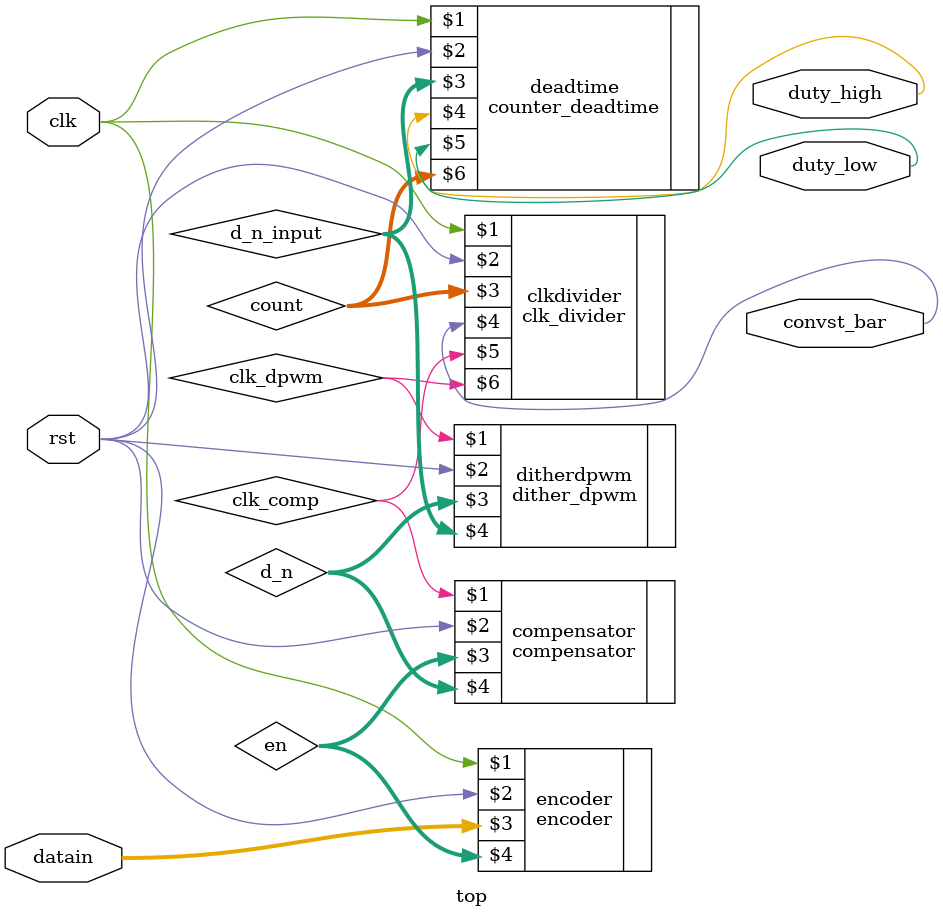
<source format=v>
`timescale 1ns/1ns
`include "dither.v"
`include "deadtime.v"
`include "encoder.v"
`include "compensator.v"
`include "clkdevider.v"

module top(clk,rst,datain,duty_high,duty_low,convst_bar);

input clk,rst;
input [7:0] datain;
output duty_high,duty_low;
output convst_bar;

wire [5:0] d_n_input;
wire [8:0] d_n;
wire [3:0] en;
wire [5:0]count;
wire clk_comp,clk_dpwm,convst_bar;

encoder encoder         (clk,rst,datain,en);
compensator compensator (clk_comp,rst,en,d_n);
dither_dpwm ditherdpwm  (clk_dpwm,rst,d_n,d_n_input);
counter_deadtime deadtime      (clk,rst,d_n_input,duty_high,duty_low,count);
clk_divider clkdivider  (clk,rst,count,convst_bar,clk_comp,clk_dpwm);

endmodule
</source>
